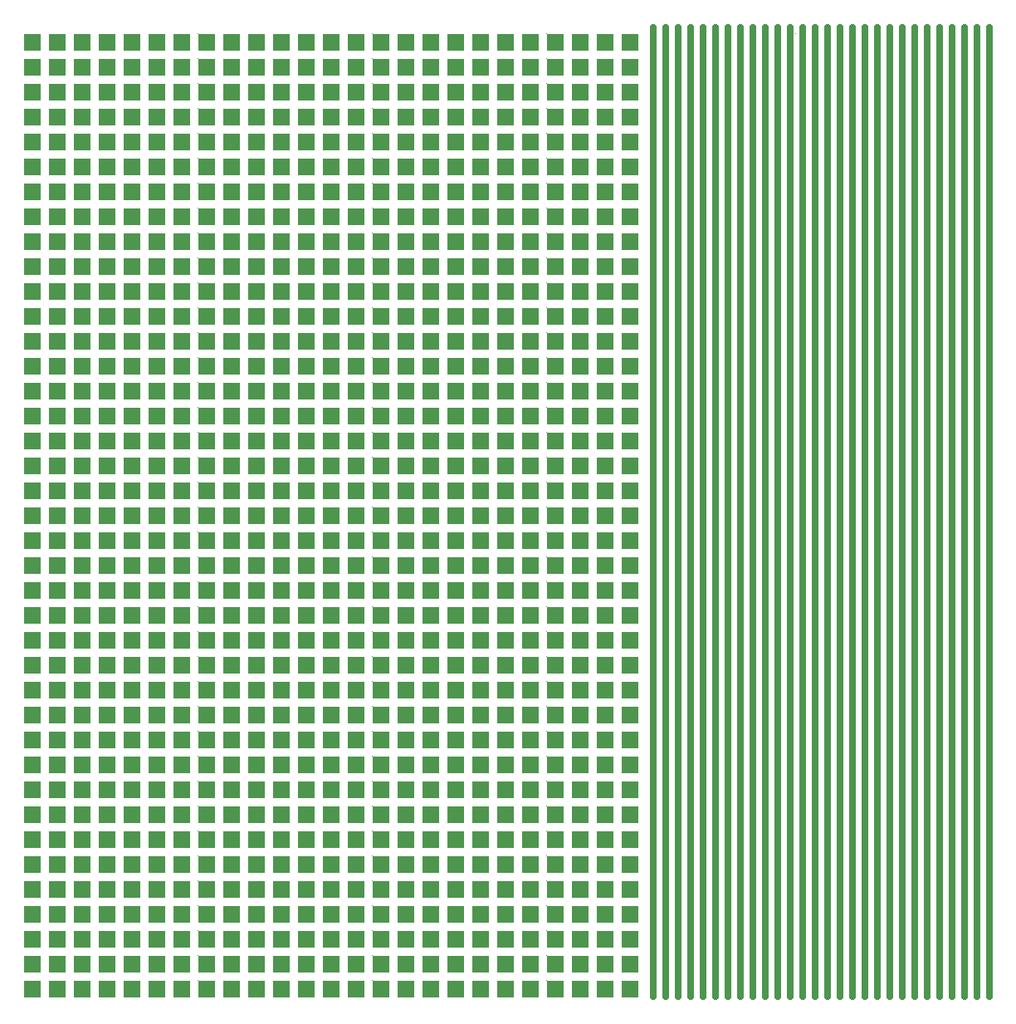
<source format=gtl>
G75*
%MOIN*%
%OFA0B0*%
%FSLAX24Y24*%
%IPPOS*%
%LPD*%
%AMOC8*
5,1,8,0,0,1.08239X$1,22.5*
%
%ADD10R,0.0681X0.0681*%
%ADD11R,0.0000X0.0000*%
%ADD12C,0.0256*%
D10*
X000741Y000791D03*
X000741Y001791D03*
X000741Y002791D03*
X000741Y003791D03*
X000741Y004791D03*
X000741Y005791D03*
X000741Y006791D03*
X000741Y007791D03*
X000741Y008791D03*
X000741Y009791D03*
X000741Y010791D03*
X000741Y011791D03*
X000741Y012791D03*
X000741Y013791D03*
X000741Y014791D03*
X000741Y015791D03*
X000741Y016791D03*
X000741Y017791D03*
X000741Y018791D03*
X000741Y019791D03*
X000741Y020791D03*
X000741Y021791D03*
X000741Y022791D03*
X000741Y023791D03*
X000741Y024791D03*
X000741Y025791D03*
X000741Y026791D03*
X000741Y027791D03*
X000741Y028791D03*
X000741Y029791D03*
X000741Y030791D03*
X000741Y031791D03*
X000741Y032791D03*
X000741Y033791D03*
X000741Y034791D03*
X000741Y035791D03*
X000741Y036791D03*
X000741Y037791D03*
X000741Y038791D03*
X001741Y038791D03*
X002741Y038791D03*
X002741Y037791D03*
X001741Y037791D03*
X001741Y036791D03*
X002741Y036791D03*
X002741Y035791D03*
X001741Y035791D03*
X001741Y034791D03*
X002741Y034791D03*
X002741Y033791D03*
X001741Y033791D03*
X001741Y032791D03*
X002741Y032791D03*
X002741Y031791D03*
X001741Y031791D03*
X001741Y030791D03*
X002741Y030791D03*
X002741Y029791D03*
X001741Y029791D03*
X001741Y028791D03*
X002741Y028791D03*
X003741Y028791D03*
X004741Y028791D03*
X004741Y029791D03*
X004741Y030791D03*
X003741Y030791D03*
X003741Y029791D03*
X003741Y031791D03*
X003741Y032791D03*
X004741Y032791D03*
X004741Y031791D03*
X005741Y031791D03*
X005741Y032791D03*
X006741Y032791D03*
X006741Y031791D03*
X007741Y031791D03*
X007741Y032791D03*
X007741Y033791D03*
X007741Y034791D03*
X007741Y035791D03*
X007741Y036791D03*
X007741Y037791D03*
X007741Y038791D03*
X008741Y038791D03*
X009741Y038791D03*
X009741Y037791D03*
X008741Y037791D03*
X008741Y036791D03*
X009741Y036791D03*
X009741Y035791D03*
X008741Y035791D03*
X008741Y034791D03*
X009741Y034791D03*
X009741Y033791D03*
X008741Y033791D03*
X008741Y032791D03*
X009741Y032791D03*
X009741Y031791D03*
X008741Y031791D03*
X008741Y030791D03*
X009741Y030791D03*
X009741Y029791D03*
X008741Y029791D03*
X008741Y028791D03*
X009741Y028791D03*
X010741Y028791D03*
X011741Y028791D03*
X011741Y029791D03*
X011741Y030791D03*
X010741Y030791D03*
X010741Y029791D03*
X010741Y031791D03*
X010741Y032791D03*
X011741Y032791D03*
X011741Y031791D03*
X012741Y031791D03*
X012741Y032791D03*
X013741Y032791D03*
X013741Y031791D03*
X014741Y031791D03*
X014741Y032791D03*
X015741Y032791D03*
X015741Y031791D03*
X016741Y031791D03*
X016741Y032791D03*
X017741Y032791D03*
X017741Y031791D03*
X018741Y031791D03*
X018741Y032791D03*
X019741Y032791D03*
X019741Y031791D03*
X020741Y031791D03*
X020741Y032791D03*
X021741Y032791D03*
X021741Y031791D03*
X022741Y031791D03*
X022741Y032791D03*
X023741Y032791D03*
X023741Y031791D03*
X024741Y031791D03*
X024741Y032791D03*
X024741Y033791D03*
X024741Y034791D03*
X024741Y035791D03*
X024741Y036791D03*
X024741Y037791D03*
X024741Y038791D03*
X023741Y038791D03*
X023741Y037791D03*
X022741Y037791D03*
X022741Y038791D03*
X021741Y038791D03*
X021741Y037791D03*
X020741Y037791D03*
X020741Y038791D03*
X019741Y038791D03*
X019741Y037791D03*
X018741Y037791D03*
X018741Y038791D03*
X017741Y038791D03*
X017741Y037791D03*
X016741Y037791D03*
X016741Y038791D03*
X015741Y038791D03*
X015741Y037791D03*
X014741Y037791D03*
X014741Y038791D03*
X013741Y038791D03*
X013741Y037791D03*
X012741Y037791D03*
X012741Y038791D03*
X011741Y038791D03*
X011741Y037791D03*
X010741Y037791D03*
X010741Y038791D03*
X010741Y036791D03*
X011741Y036791D03*
X011741Y035791D03*
X010741Y035791D03*
X010741Y034791D03*
X011741Y034791D03*
X011741Y033791D03*
X010741Y033791D03*
X012741Y033791D03*
X012741Y034791D03*
X013741Y034791D03*
X013741Y033791D03*
X014741Y033791D03*
X014741Y034791D03*
X015741Y034791D03*
X015741Y033791D03*
X016741Y033791D03*
X016741Y034791D03*
X017741Y034791D03*
X017741Y033791D03*
X018741Y033791D03*
X018741Y034791D03*
X019741Y034791D03*
X019741Y033791D03*
X020741Y033791D03*
X020741Y034791D03*
X021741Y034791D03*
X021741Y033791D03*
X022741Y033791D03*
X022741Y034791D03*
X023741Y034791D03*
X023741Y033791D03*
X023741Y035791D03*
X023741Y036791D03*
X022741Y036791D03*
X022741Y035791D03*
X021741Y035791D03*
X021741Y036791D03*
X020741Y036791D03*
X020741Y035791D03*
X019741Y035791D03*
X019741Y036791D03*
X018741Y036791D03*
X018741Y035791D03*
X017741Y035791D03*
X017741Y036791D03*
X016741Y036791D03*
X016741Y035791D03*
X015741Y035791D03*
X015741Y036791D03*
X014741Y036791D03*
X014741Y035791D03*
X013741Y035791D03*
X013741Y036791D03*
X012741Y036791D03*
X012741Y035791D03*
X012741Y030791D03*
X013741Y030791D03*
X013741Y029791D03*
X012741Y029791D03*
X012741Y028791D03*
X013741Y028791D03*
X014741Y028791D03*
X015741Y028791D03*
X015741Y029791D03*
X015741Y030791D03*
X014741Y030791D03*
X014741Y029791D03*
X016741Y029791D03*
X016741Y030791D03*
X017741Y030791D03*
X017741Y029791D03*
X018741Y029791D03*
X018741Y030791D03*
X019741Y030791D03*
X019741Y029791D03*
X020741Y029791D03*
X020741Y030791D03*
X021741Y030791D03*
X021741Y029791D03*
X022741Y029791D03*
X022741Y030791D03*
X023741Y030791D03*
X023741Y029791D03*
X024741Y029791D03*
X024741Y030791D03*
X024741Y028791D03*
X024741Y027791D03*
X024741Y026791D03*
X024741Y025791D03*
X024741Y024791D03*
X024741Y023791D03*
X024741Y022791D03*
X024741Y021791D03*
X024741Y020791D03*
X024741Y019791D03*
X024741Y018791D03*
X024741Y017791D03*
X024741Y016791D03*
X024741Y015791D03*
X024741Y014791D03*
X024741Y013791D03*
X024741Y012791D03*
X024741Y011791D03*
X024741Y010791D03*
X024741Y009791D03*
X024741Y008791D03*
X024741Y007791D03*
X024741Y006791D03*
X024741Y005791D03*
X024741Y004791D03*
X024741Y003791D03*
X024741Y002791D03*
X024741Y001791D03*
X024741Y000791D03*
X023741Y000791D03*
X022741Y000791D03*
X022741Y001791D03*
X023741Y001791D03*
X023741Y002791D03*
X023741Y003791D03*
X022741Y003791D03*
X022741Y002791D03*
X021741Y002791D03*
X021741Y003791D03*
X020741Y003791D03*
X020741Y002791D03*
X020741Y001791D03*
X021741Y001791D03*
X021741Y000791D03*
X020741Y000791D03*
X019741Y000791D03*
X018741Y000791D03*
X018741Y001791D03*
X019741Y001791D03*
X019741Y002791D03*
X019741Y003791D03*
X018741Y003791D03*
X018741Y002791D03*
X017741Y002791D03*
X017741Y003791D03*
X016741Y003791D03*
X016741Y002791D03*
X016741Y001791D03*
X017741Y001791D03*
X017741Y000791D03*
X016741Y000791D03*
X015741Y000791D03*
X014741Y000791D03*
X014741Y001791D03*
X015741Y001791D03*
X015741Y002791D03*
X015741Y003791D03*
X014741Y003791D03*
X014741Y002791D03*
X013741Y002791D03*
X013741Y003791D03*
X012741Y003791D03*
X012741Y002791D03*
X012741Y001791D03*
X013741Y001791D03*
X013741Y000791D03*
X012741Y000791D03*
X011741Y000791D03*
X010741Y000791D03*
X010741Y001791D03*
X011741Y001791D03*
X011741Y002791D03*
X011741Y003791D03*
X010741Y003791D03*
X010741Y002791D03*
X009741Y002791D03*
X009741Y003791D03*
X008741Y003791D03*
X008741Y002791D03*
X008741Y001791D03*
X009741Y001791D03*
X009741Y000791D03*
X008741Y000791D03*
X007741Y000791D03*
X007741Y001791D03*
X007741Y002791D03*
X007741Y003791D03*
X007741Y004791D03*
X007741Y005791D03*
X007741Y006791D03*
X007741Y007791D03*
X007741Y008791D03*
X007741Y009791D03*
X007741Y010791D03*
X007741Y011791D03*
X007741Y012791D03*
X007741Y013791D03*
X007741Y014791D03*
X007741Y015791D03*
X007741Y016791D03*
X007741Y017791D03*
X007741Y018791D03*
X007741Y019791D03*
X007741Y020791D03*
X007741Y021791D03*
X007741Y022791D03*
X007741Y023791D03*
X007741Y024791D03*
X007741Y025791D03*
X007741Y026791D03*
X007741Y027791D03*
X007741Y028791D03*
X007741Y029791D03*
X007741Y030791D03*
X006741Y030791D03*
X006741Y029791D03*
X005741Y029791D03*
X005741Y030791D03*
X005741Y028791D03*
X006741Y028791D03*
X006741Y027791D03*
X006741Y026791D03*
X005741Y026791D03*
X005741Y027791D03*
X004741Y027791D03*
X004741Y026791D03*
X003741Y026791D03*
X003741Y027791D03*
X002741Y027791D03*
X002741Y026791D03*
X001741Y026791D03*
X001741Y027791D03*
X001741Y025791D03*
X002741Y025791D03*
X002741Y024791D03*
X001741Y024791D03*
X001741Y023791D03*
X002741Y023791D03*
X002741Y022791D03*
X001741Y022791D03*
X001741Y021791D03*
X002741Y021791D03*
X002741Y020791D03*
X001741Y020791D03*
X001741Y019791D03*
X002741Y019791D03*
X002741Y018791D03*
X001741Y018791D03*
X001741Y017791D03*
X002741Y017791D03*
X002741Y016791D03*
X001741Y016791D03*
X001741Y015791D03*
X002741Y015791D03*
X002741Y014791D03*
X001741Y014791D03*
X001741Y013791D03*
X002741Y013791D03*
X002741Y012791D03*
X001741Y012791D03*
X001741Y011791D03*
X002741Y011791D03*
X002741Y010791D03*
X001741Y010791D03*
X001741Y009791D03*
X002741Y009791D03*
X002741Y008791D03*
X001741Y008791D03*
X001741Y007791D03*
X002741Y007791D03*
X002741Y006791D03*
X001741Y006791D03*
X001741Y005791D03*
X002741Y005791D03*
X002741Y004791D03*
X001741Y004791D03*
X001741Y003791D03*
X002741Y003791D03*
X002741Y002791D03*
X001741Y002791D03*
X001741Y001791D03*
X002741Y001791D03*
X003741Y001791D03*
X004741Y001791D03*
X004741Y002791D03*
X004741Y003791D03*
X003741Y003791D03*
X003741Y002791D03*
X003741Y004791D03*
X003741Y005791D03*
X004741Y005791D03*
X004741Y004791D03*
X005741Y004791D03*
X005741Y005791D03*
X006741Y005791D03*
X006741Y004791D03*
X006741Y003791D03*
X006741Y002791D03*
X005741Y002791D03*
X005741Y003791D03*
X005741Y001791D03*
X006741Y001791D03*
X006741Y000791D03*
X005741Y000791D03*
X004741Y000791D03*
X003741Y000791D03*
X002741Y000791D03*
X001741Y000791D03*
X003741Y006791D03*
X003741Y007791D03*
X004741Y007791D03*
X004741Y006791D03*
X005741Y006791D03*
X005741Y007791D03*
X006741Y007791D03*
X006741Y006791D03*
X006741Y008791D03*
X006741Y009791D03*
X005741Y009791D03*
X005741Y008791D03*
X004741Y008791D03*
X004741Y009791D03*
X003741Y009791D03*
X003741Y008791D03*
X003741Y010791D03*
X003741Y011791D03*
X004741Y011791D03*
X004741Y010791D03*
X005741Y010791D03*
X005741Y011791D03*
X006741Y011791D03*
X006741Y010791D03*
X006741Y012791D03*
X006741Y013791D03*
X005741Y013791D03*
X005741Y012791D03*
X004741Y012791D03*
X004741Y013791D03*
X003741Y013791D03*
X003741Y012791D03*
X003741Y014791D03*
X003741Y015791D03*
X004741Y015791D03*
X004741Y014791D03*
X005741Y014791D03*
X005741Y015791D03*
X006741Y015791D03*
X006741Y014791D03*
X006741Y016791D03*
X006741Y017791D03*
X005741Y017791D03*
X005741Y016791D03*
X004741Y016791D03*
X004741Y017791D03*
X003741Y017791D03*
X003741Y016791D03*
X003741Y018791D03*
X003741Y019791D03*
X004741Y019791D03*
X004741Y018791D03*
X005741Y018791D03*
X005741Y019791D03*
X006741Y019791D03*
X006741Y018791D03*
X006741Y020791D03*
X006741Y021791D03*
X005741Y021791D03*
X005741Y020791D03*
X004741Y020791D03*
X004741Y021791D03*
X003741Y021791D03*
X003741Y020791D03*
X003741Y022791D03*
X003741Y023791D03*
X004741Y023791D03*
X004741Y022791D03*
X005741Y022791D03*
X005741Y023791D03*
X006741Y023791D03*
X006741Y022791D03*
X006741Y024791D03*
X006741Y025791D03*
X005741Y025791D03*
X005741Y024791D03*
X004741Y024791D03*
X004741Y025791D03*
X003741Y025791D03*
X003741Y024791D03*
X008741Y024791D03*
X008741Y025791D03*
X009741Y025791D03*
X009741Y024791D03*
X010741Y024791D03*
X010741Y025791D03*
X011741Y025791D03*
X011741Y024791D03*
X012741Y024791D03*
X012741Y025791D03*
X013741Y025791D03*
X013741Y024791D03*
X014741Y024791D03*
X014741Y025791D03*
X015741Y025791D03*
X015741Y024791D03*
X016741Y024791D03*
X016741Y025791D03*
X017741Y025791D03*
X017741Y024791D03*
X018741Y024791D03*
X018741Y025791D03*
X019741Y025791D03*
X019741Y024791D03*
X020741Y024791D03*
X020741Y025791D03*
X021741Y025791D03*
X021741Y024791D03*
X022741Y024791D03*
X022741Y025791D03*
X023741Y025791D03*
X023741Y024791D03*
X023741Y023791D03*
X023741Y022791D03*
X022741Y022791D03*
X022741Y023791D03*
X021741Y023791D03*
X021741Y022791D03*
X020741Y022791D03*
X020741Y023791D03*
X019741Y023791D03*
X019741Y022791D03*
X018741Y022791D03*
X018741Y023791D03*
X017741Y023791D03*
X017741Y022791D03*
X016741Y022791D03*
X016741Y023791D03*
X015741Y023791D03*
X015741Y022791D03*
X014741Y022791D03*
X014741Y023791D03*
X013741Y023791D03*
X013741Y022791D03*
X012741Y022791D03*
X012741Y023791D03*
X011741Y023791D03*
X011741Y022791D03*
X010741Y022791D03*
X010741Y023791D03*
X009741Y023791D03*
X009741Y022791D03*
X008741Y022791D03*
X008741Y023791D03*
X008741Y021791D03*
X009741Y021791D03*
X009741Y020791D03*
X008741Y020791D03*
X008741Y019791D03*
X009741Y019791D03*
X009741Y018791D03*
X008741Y018791D03*
X008741Y017791D03*
X009741Y017791D03*
X009741Y016791D03*
X008741Y016791D03*
X008741Y015791D03*
X009741Y015791D03*
X009741Y014791D03*
X008741Y014791D03*
X008741Y013791D03*
X009741Y013791D03*
X009741Y012791D03*
X008741Y012791D03*
X008741Y011791D03*
X009741Y011791D03*
X009741Y010791D03*
X008741Y010791D03*
X008741Y009791D03*
X009741Y009791D03*
X009741Y008791D03*
X008741Y008791D03*
X008741Y007791D03*
X009741Y007791D03*
X009741Y006791D03*
X008741Y006791D03*
X008741Y005791D03*
X009741Y005791D03*
X009741Y004791D03*
X008741Y004791D03*
X010741Y004791D03*
X010741Y005791D03*
X011741Y005791D03*
X011741Y004791D03*
X012741Y004791D03*
X012741Y005791D03*
X013741Y005791D03*
X013741Y004791D03*
X014741Y004791D03*
X014741Y005791D03*
X015741Y005791D03*
X015741Y004791D03*
X016741Y004791D03*
X016741Y005791D03*
X017741Y005791D03*
X017741Y004791D03*
X018741Y004791D03*
X018741Y005791D03*
X019741Y005791D03*
X019741Y004791D03*
X020741Y004791D03*
X020741Y005791D03*
X021741Y005791D03*
X021741Y004791D03*
X022741Y004791D03*
X022741Y005791D03*
X023741Y005791D03*
X023741Y004791D03*
X023741Y006791D03*
X023741Y007791D03*
X022741Y007791D03*
X022741Y006791D03*
X021741Y006791D03*
X021741Y007791D03*
X020741Y007791D03*
X020741Y006791D03*
X019741Y006791D03*
X019741Y007791D03*
X018741Y007791D03*
X018741Y006791D03*
X017741Y006791D03*
X017741Y007791D03*
X016741Y007791D03*
X016741Y006791D03*
X015741Y006791D03*
X015741Y007791D03*
X014741Y007791D03*
X014741Y006791D03*
X013741Y006791D03*
X013741Y007791D03*
X012741Y007791D03*
X012741Y006791D03*
X011741Y006791D03*
X011741Y007791D03*
X010741Y007791D03*
X010741Y006791D03*
X010741Y008791D03*
X010741Y009791D03*
X011741Y009791D03*
X011741Y008791D03*
X012741Y008791D03*
X012741Y009791D03*
X013741Y009791D03*
X013741Y008791D03*
X014741Y008791D03*
X014741Y009791D03*
X015741Y009791D03*
X015741Y008791D03*
X016741Y008791D03*
X016741Y009791D03*
X017741Y009791D03*
X017741Y008791D03*
X018741Y008791D03*
X018741Y009791D03*
X019741Y009791D03*
X019741Y008791D03*
X020741Y008791D03*
X020741Y009791D03*
X021741Y009791D03*
X021741Y008791D03*
X022741Y008791D03*
X022741Y009791D03*
X023741Y009791D03*
X023741Y008791D03*
X023741Y010791D03*
X023741Y011791D03*
X022741Y011791D03*
X022741Y010791D03*
X021741Y010791D03*
X021741Y011791D03*
X020741Y011791D03*
X020741Y010791D03*
X019741Y010791D03*
X019741Y011791D03*
X018741Y011791D03*
X018741Y010791D03*
X017741Y010791D03*
X017741Y011791D03*
X016741Y011791D03*
X016741Y010791D03*
X015741Y010791D03*
X015741Y011791D03*
X014741Y011791D03*
X014741Y010791D03*
X013741Y010791D03*
X013741Y011791D03*
X012741Y011791D03*
X012741Y010791D03*
X011741Y010791D03*
X011741Y011791D03*
X010741Y011791D03*
X010741Y010791D03*
X010741Y012791D03*
X010741Y013791D03*
X011741Y013791D03*
X011741Y012791D03*
X012741Y012791D03*
X012741Y013791D03*
X013741Y013791D03*
X013741Y012791D03*
X014741Y012791D03*
X014741Y013791D03*
X015741Y013791D03*
X015741Y012791D03*
X016741Y012791D03*
X016741Y013791D03*
X017741Y013791D03*
X017741Y012791D03*
X018741Y012791D03*
X018741Y013791D03*
X019741Y013791D03*
X019741Y012791D03*
X020741Y012791D03*
X020741Y013791D03*
X021741Y013791D03*
X021741Y012791D03*
X022741Y012791D03*
X022741Y013791D03*
X023741Y013791D03*
X023741Y012791D03*
X023741Y014791D03*
X023741Y015791D03*
X022741Y015791D03*
X022741Y014791D03*
X021741Y014791D03*
X021741Y015791D03*
X020741Y015791D03*
X020741Y014791D03*
X019741Y014791D03*
X019741Y015791D03*
X018741Y015791D03*
X018741Y014791D03*
X017741Y014791D03*
X017741Y015791D03*
X016741Y015791D03*
X016741Y014791D03*
X015741Y014791D03*
X015741Y015791D03*
X014741Y015791D03*
X014741Y014791D03*
X013741Y014791D03*
X013741Y015791D03*
X012741Y015791D03*
X012741Y014791D03*
X011741Y014791D03*
X011741Y015791D03*
X010741Y015791D03*
X010741Y014791D03*
X010741Y016791D03*
X010741Y017791D03*
X011741Y017791D03*
X011741Y016791D03*
X012741Y016791D03*
X012741Y017791D03*
X013741Y017791D03*
X013741Y016791D03*
X014741Y016791D03*
X014741Y017791D03*
X015741Y017791D03*
X015741Y016791D03*
X016741Y016791D03*
X016741Y017791D03*
X017741Y017791D03*
X017741Y016791D03*
X018741Y016791D03*
X018741Y017791D03*
X019741Y017791D03*
X019741Y016791D03*
X020741Y016791D03*
X020741Y017791D03*
X021741Y017791D03*
X021741Y016791D03*
X022741Y016791D03*
X022741Y017791D03*
X023741Y017791D03*
X023741Y016791D03*
X023741Y018791D03*
X023741Y019791D03*
X022741Y019791D03*
X022741Y018791D03*
X021741Y018791D03*
X021741Y019791D03*
X020741Y019791D03*
X020741Y018791D03*
X019741Y018791D03*
X019741Y019791D03*
X018741Y019791D03*
X018741Y018791D03*
X017741Y018791D03*
X017741Y019791D03*
X016741Y019791D03*
X016741Y018791D03*
X015741Y018791D03*
X015741Y019791D03*
X014741Y019791D03*
X014741Y018791D03*
X013741Y018791D03*
X013741Y019791D03*
X012741Y019791D03*
X012741Y018791D03*
X011741Y018791D03*
X011741Y019791D03*
X010741Y019791D03*
X010741Y018791D03*
X010741Y020791D03*
X010741Y021791D03*
X011741Y021791D03*
X011741Y020791D03*
X012741Y020791D03*
X012741Y021791D03*
X013741Y021791D03*
X013741Y020791D03*
X014741Y020791D03*
X014741Y021791D03*
X015741Y021791D03*
X015741Y020791D03*
X016741Y020791D03*
X016741Y021791D03*
X017741Y021791D03*
X017741Y020791D03*
X018741Y020791D03*
X018741Y021791D03*
X019741Y021791D03*
X019741Y020791D03*
X020741Y020791D03*
X020741Y021791D03*
X021741Y021791D03*
X021741Y020791D03*
X022741Y020791D03*
X022741Y021791D03*
X023741Y021791D03*
X023741Y020791D03*
X023741Y026791D03*
X023741Y027791D03*
X022741Y027791D03*
X022741Y026791D03*
X021741Y026791D03*
X021741Y027791D03*
X020741Y027791D03*
X020741Y026791D03*
X019741Y026791D03*
X019741Y027791D03*
X018741Y027791D03*
X018741Y026791D03*
X017741Y026791D03*
X017741Y027791D03*
X016741Y027791D03*
X016741Y026791D03*
X015741Y026791D03*
X015741Y027791D03*
X014741Y027791D03*
X014741Y026791D03*
X013741Y026791D03*
X013741Y027791D03*
X012741Y027791D03*
X012741Y026791D03*
X011741Y026791D03*
X011741Y027791D03*
X010741Y027791D03*
X010741Y026791D03*
X009741Y026791D03*
X009741Y027791D03*
X008741Y027791D03*
X008741Y026791D03*
X006741Y033791D03*
X006741Y034791D03*
X005741Y034791D03*
X005741Y033791D03*
X004741Y033791D03*
X004741Y034791D03*
X003741Y034791D03*
X003741Y033791D03*
X003741Y035791D03*
X003741Y036791D03*
X004741Y036791D03*
X004741Y035791D03*
X005741Y035791D03*
X005741Y036791D03*
X006741Y036791D03*
X006741Y035791D03*
X006741Y037791D03*
X006741Y038791D03*
X005741Y038791D03*
X005741Y037791D03*
X004741Y037791D03*
X004741Y038791D03*
X003741Y038791D03*
X003741Y037791D03*
X016741Y028791D03*
X017741Y028791D03*
X018741Y028791D03*
X019741Y028791D03*
X020741Y028791D03*
X021741Y028791D03*
X022741Y028791D03*
X023741Y028791D03*
D11*
X021400Y029131D03*
X021400Y030131D03*
X021400Y031131D03*
X021400Y032131D03*
X021400Y033131D03*
X021400Y034131D03*
X021400Y035131D03*
X021400Y036131D03*
X021400Y037131D03*
X021400Y038131D03*
X021400Y039131D03*
X014400Y039131D03*
X014400Y038131D03*
X014400Y037131D03*
X014400Y036131D03*
X014400Y035131D03*
X014400Y034131D03*
X014400Y033131D03*
X014400Y032131D03*
X014400Y031131D03*
X014400Y030131D03*
X014400Y029131D03*
X014400Y028131D03*
X014400Y027131D03*
X014400Y026131D03*
X014400Y025131D03*
X014400Y024131D03*
X014400Y023131D03*
X014400Y022131D03*
X014400Y021131D03*
X014400Y020131D03*
X014400Y019131D03*
X014400Y018131D03*
X014400Y017131D03*
X014400Y016131D03*
X014400Y015131D03*
X014400Y014131D03*
X014400Y013131D03*
X014400Y012131D03*
X014400Y011131D03*
X014400Y010131D03*
X014400Y009131D03*
X014400Y008131D03*
X014400Y007131D03*
X014400Y006131D03*
X014400Y005131D03*
X014400Y004131D03*
X014400Y003131D03*
X014400Y002131D03*
X014400Y001131D03*
X021400Y001131D03*
X021400Y002131D03*
X021400Y003131D03*
X021400Y004131D03*
X021400Y005131D03*
X021400Y006131D03*
X021400Y007131D03*
X021400Y008131D03*
X021400Y009131D03*
X021400Y010131D03*
X021400Y011131D03*
X021400Y012131D03*
X021400Y013131D03*
X021400Y014131D03*
X021400Y015131D03*
X021400Y016131D03*
X021400Y017131D03*
X021400Y018131D03*
X021400Y019131D03*
X021400Y020131D03*
X021400Y021131D03*
X021400Y022131D03*
X021400Y023131D03*
X021400Y024131D03*
X021400Y025131D03*
X021400Y026131D03*
X021400Y027131D03*
X021400Y028131D03*
X031400Y039131D03*
X007400Y039131D03*
X007400Y038131D03*
X007400Y037131D03*
X007400Y036131D03*
X007400Y035131D03*
X007400Y034131D03*
X007400Y033131D03*
X007400Y032131D03*
X007400Y031131D03*
X007400Y030131D03*
X007400Y029131D03*
X007400Y028131D03*
X007400Y027131D03*
X007400Y026131D03*
X007400Y025131D03*
X007400Y024131D03*
X007400Y023131D03*
X007400Y022131D03*
X007400Y021131D03*
X007400Y020131D03*
X007400Y019131D03*
X007400Y018131D03*
X007400Y017131D03*
X007400Y016131D03*
X007400Y015131D03*
X007400Y014131D03*
X007400Y013131D03*
X007400Y012131D03*
X007400Y011131D03*
X007400Y010131D03*
X007400Y009131D03*
X007400Y008131D03*
X007400Y007131D03*
X007400Y006131D03*
X007400Y005131D03*
X007400Y004131D03*
X007400Y003131D03*
X007400Y002131D03*
X007400Y001131D03*
D12*
X025650Y000500D02*
X025650Y039400D01*
X026150Y039400D02*
X026150Y000500D01*
X026650Y000500D02*
X026650Y039400D01*
X027150Y039400D02*
X027150Y000500D01*
X027650Y000500D02*
X027650Y039400D01*
X028150Y039400D02*
X028150Y000500D01*
X028650Y000500D02*
X028650Y039400D01*
X029150Y039400D02*
X029150Y000500D01*
X029650Y000500D02*
X029650Y039400D01*
X030150Y039400D02*
X030150Y000500D01*
X030650Y000500D02*
X030650Y039400D01*
X031150Y039400D02*
X031150Y000500D01*
X031650Y000500D02*
X031650Y039400D01*
X032150Y039400D02*
X032150Y000500D01*
X032650Y000500D02*
X032650Y039400D01*
X033150Y039400D02*
X033150Y000500D01*
X033650Y000500D02*
X033650Y039400D01*
X034150Y039400D02*
X034150Y000500D01*
X034650Y000500D02*
X034650Y039400D01*
X035150Y039400D02*
X035150Y000500D01*
X035650Y000500D02*
X035650Y039400D01*
X036150Y039400D02*
X036150Y000500D01*
X036650Y000500D02*
X036650Y039400D01*
X037150Y039400D02*
X037150Y000500D01*
X037650Y000500D02*
X037650Y039400D01*
X038150Y039400D02*
X038150Y000500D01*
X038650Y000500D02*
X038650Y039400D01*
X039150Y039400D02*
X039150Y000500D01*
M02*

</source>
